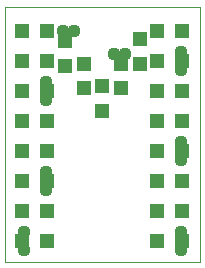
<source format=gts>
G75*
%MOIN*%
%OFA0B0*%
%FSLAX24Y24*%
%IPPOS*%
%LPD*%
%AMOC8*
5,1,8,0,0,1.08239X$1,22.5*
%
%ADD10C,0.0000*%
%ADD11R,0.0512X0.0512*%
%ADD12C,0.0437*%
D10*
X002392Y002517D02*
X002392Y011017D01*
X008892Y011017D01*
X008892Y002517D01*
X002392Y002517D01*
D11*
X002978Y003204D03*
X003805Y003204D03*
X003805Y004204D03*
X002978Y004204D03*
X002978Y005204D03*
X003805Y005204D03*
X003805Y006204D03*
X002978Y006204D03*
X002978Y007204D03*
X003805Y007204D03*
X003805Y008204D03*
X002978Y008204D03*
X002978Y009204D03*
X003805Y009204D03*
X004392Y009041D03*
X005017Y009118D03*
X004392Y009868D03*
X003805Y010204D03*
X002978Y010204D03*
X005017Y008291D03*
X005642Y008368D03*
X006267Y008291D03*
X006267Y009118D03*
X006892Y009103D03*
X007478Y009204D03*
X006892Y009930D03*
X007478Y010204D03*
X008305Y010204D03*
X008305Y009204D03*
X008305Y008204D03*
X007478Y008204D03*
X007478Y007204D03*
X008305Y007204D03*
X008305Y006204D03*
X007478Y006204D03*
X007478Y005204D03*
X008305Y005204D03*
X008305Y004204D03*
X007478Y004204D03*
X007478Y003204D03*
X008305Y003204D03*
X005642Y007541D03*
D12*
X003767Y007892D03*
X003767Y008517D03*
X004329Y010204D03*
X004704Y010204D03*
X006017Y009454D03*
X006392Y009454D03*
X008267Y009517D03*
X008267Y008892D03*
X008267Y006517D03*
X008267Y005892D03*
X008267Y003517D03*
X008267Y002892D03*
X003767Y004892D03*
X003767Y005517D03*
X003017Y003517D03*
X003017Y002892D03*
M02*

</source>
